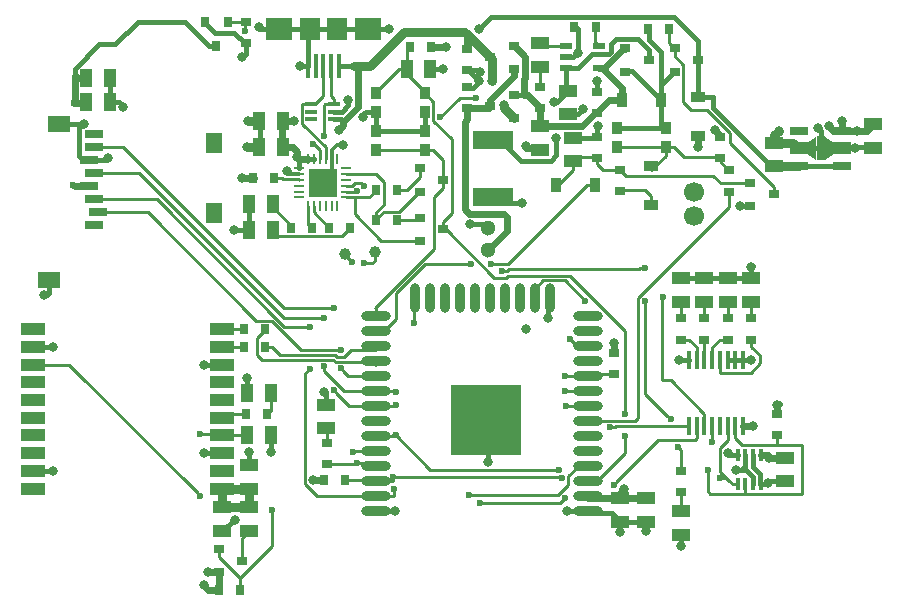
<source format=gtl>
G04 #@! TF.GenerationSoftware,KiCad,Pcbnew,(2017-11-24 revision a01d81e4b)-makepkg*
G04 #@! TF.CreationDate,2017-12-13T18:25:57-05:00*
G04 #@! TF.ProjectId,processor,70726F636573736F722E6B696361645F,rev?*
G04 #@! TF.SameCoordinates,Original*
G04 #@! TF.FileFunction,Copper,L1,Top,Signal*
G04 #@! TF.FilePolarity,Positive*
%FSLAX46Y46*%
G04 Gerber Fmt 4.6, Leading zero omitted, Abs format (unit mm)*
G04 Created by KiCad (PCBNEW (2017-11-24 revision a01d81e4b)-makepkg) date 12/13/17 18:25:57*
%MOMM*%
%LPD*%
G01*
G04 APERTURE LIST*
%ADD10R,1.900000X1.400000*%
%ADD11R,1.400000X1.800000*%
%ADD12R,1.500000X0.700000*%
%ADD13O,0.250000X1.000000*%
%ADD14O,1.000000X0.250000*%
%ADD15R,2.450000X2.450000*%
%ADD16R,1.000000X1.500000*%
%ADD17R,0.350000X1.600000*%
%ADD18R,0.350000X1.000000*%
%ADD19C,1.000000*%
%ADD20O,2.500000X0.900000*%
%ADD21O,0.900000X2.500000*%
%ADD22R,6.000000X6.000000*%
%ADD23R,0.900000X0.700000*%
%ADD24R,0.700000X0.900000*%
%ADD25R,0.900000X0.800000*%
%ADD26R,0.900000X1.000000*%
%ADD27R,1.000000X0.400000*%
%ADD28R,0.400000X2.000000*%
%ADD29R,1.800000X1.900000*%
%ADD30R,2.300000X1.900000*%
%ADD31R,0.900000X1.200000*%
%ADD32R,1.200000X0.900000*%
%ADD33R,3.500000X1.600000*%
%ADD34C,1.300000*%
%ADD35C,1.700000*%
%ADD36R,1.100000X0.600000*%
%ADD37C,0.750000*%
%ADD38C,1.000000*%
%ADD39R,1.500000X1.000000*%
%ADD40R,0.800000X2.000000*%
%ADD41R,2.000000X1.000000*%
%ADD42R,0.800000X0.900000*%
%ADD43C,0.800000*%
%ADD44C,0.600000*%
%ADD45C,0.600000*%
%ADD46C,0.450000*%
%ADD47C,0.400000*%
%ADD48C,0.300000*%
%ADD49C,0.800000*%
%ADD50C,0.250000*%
%ADD51C,0.500000*%
G04 APERTURE END LIST*
D10*
X3700000Y-9600000D03*
X2800000Y-22800000D03*
D11*
X16800000Y-11200000D03*
X16800000Y-17200000D03*
D12*
X6600000Y-10500000D03*
X6600000Y-11600000D03*
X6200000Y-12700000D03*
X6600000Y-13800000D03*
X6200000Y-14900000D03*
X6600000Y-16000000D03*
X7000000Y-17100000D03*
X6600000Y-18200000D03*
D13*
X27250000Y-12600000D03*
X26750000Y-12600000D03*
X26250000Y-12600000D03*
X25750000Y-12600000D03*
X25250000Y-12600000D03*
X24750000Y-12600000D03*
D14*
X24000000Y-13350000D03*
X24000000Y-13850000D03*
X24000000Y-14350000D03*
X24000000Y-14850000D03*
X24000000Y-15350000D03*
X24000000Y-15850000D03*
D13*
X24750000Y-16600000D03*
X25250000Y-16600000D03*
X25750000Y-16600000D03*
X26250000Y-16600000D03*
X26750000Y-16600000D03*
X27250000Y-16600000D03*
D14*
X28000000Y-15850000D03*
X28000000Y-15350000D03*
X28000000Y-14850000D03*
X28000000Y-14350000D03*
X28000000Y-13850000D03*
X28000000Y-13350000D03*
D15*
X26000000Y-14600000D03*
D16*
X6000000Y-5700000D03*
X8000000Y-5700000D03*
D17*
X61575000Y-35200000D03*
X61575000Y-29600000D03*
X60925000Y-35200000D03*
X60925000Y-29600000D03*
X60275000Y-35200000D03*
X60275000Y-29600000D03*
X59625000Y-35200000D03*
X59625000Y-29600000D03*
X58975000Y-35200000D03*
X58975000Y-29600000D03*
X58325000Y-35200000D03*
X58325000Y-29600000D03*
X57675000Y-35200000D03*
X57675000Y-29600000D03*
X57025000Y-35200000D03*
X57025000Y-29600000D03*
D18*
X63075000Y-40150000D03*
X62425000Y-40150000D03*
X61775000Y-40150000D03*
X61125000Y-40150000D03*
X61125000Y-37650000D03*
X61775000Y-37650000D03*
X62425000Y-37650000D03*
X63075000Y-37650000D03*
D19*
X30400000Y-20500000D03*
D20*
X30500000Y-42400000D03*
X30500000Y-41130000D03*
X30500000Y-39860000D03*
X30500000Y-38590000D03*
X30500000Y-37320000D03*
X30500000Y-36050000D03*
X30500000Y-34780000D03*
X30500000Y-33510000D03*
X30500000Y-32240000D03*
X30500000Y-30970000D03*
X30500000Y-29700000D03*
X30500000Y-28430000D03*
X30500000Y-27160000D03*
X30500000Y-25890000D03*
D21*
X33785000Y-24400000D03*
X35055000Y-24400000D03*
X36325000Y-24400000D03*
X37595000Y-24400000D03*
X38865000Y-24400000D03*
X40135000Y-24400000D03*
X41405000Y-24400000D03*
X42675000Y-24400000D03*
X43945000Y-24400000D03*
X45215000Y-24400000D03*
D20*
X48500000Y-25890000D03*
X48500000Y-27160000D03*
X48500000Y-28430000D03*
X48500000Y-29700000D03*
X48500000Y-30970000D03*
X48500000Y-32240000D03*
X48500000Y-33510000D03*
X48500000Y-34780000D03*
X48500000Y-36050000D03*
X48500000Y-37320000D03*
X48500000Y-38590000D03*
X48500000Y-39860000D03*
X48500000Y-41130000D03*
X48500000Y-42400000D03*
D22*
X39800000Y-34700000D03*
D23*
X50700000Y-29000000D03*
X50700000Y-30800000D03*
D24*
X17200000Y-49100000D03*
X19000000Y-49100000D03*
D25*
X17200000Y-45600000D03*
X17200000Y-47600000D03*
X19200000Y-46600000D03*
D26*
X30550000Y-7000000D03*
X34649999Y-7000000D03*
X34649999Y-8600000D03*
X30550000Y-8600000D03*
X34650000Y-11800000D03*
X30550001Y-11800000D03*
X30550001Y-10200000D03*
X34650000Y-10200000D03*
D19*
X27900000Y-20600000D03*
D27*
X25050000Y-8600000D03*
X26950000Y-9250000D03*
X26950000Y-7950000D03*
X26950000Y-8600000D03*
X25050000Y-7950000D03*
X25050000Y-9250000D03*
D28*
X27350000Y-4750000D03*
X26700000Y-4750000D03*
X26050000Y-4750000D03*
X25400000Y-4750000D03*
X24750000Y-4750000D03*
D29*
X27200000Y-1600000D03*
D30*
X29800000Y-1600000D03*
X22300000Y-1600000D03*
D29*
X24900000Y-1600000D03*
D31*
X49050000Y-14800000D03*
X45750000Y-14800000D03*
D32*
X57800000Y-10650000D03*
X57800000Y-7350000D03*
D33*
X40400000Y-10960000D03*
X40400000Y-15840000D03*
D34*
X40000000Y-20300000D03*
X40000000Y-18400000D03*
D35*
X57400000Y-17400000D03*
X57400000Y-15400000D03*
D36*
X46600000Y-3000000D03*
X46600000Y-3950000D03*
X46600000Y-4900000D03*
X49400000Y-4900000D03*
X49400000Y-3000000D03*
D37*
X68925000Y-11700000D03*
D38*
G36*
X68550000Y-10700000D02*
X69300000Y-11200000D01*
X69300000Y-12200000D01*
X68550000Y-12700000D01*
X68550000Y-10700000D01*
X68550000Y-10700000D01*
G37*
D12*
X70000000Y-10200000D03*
X70000000Y-13200000D03*
X66300000Y-10200000D03*
D39*
X66300000Y-11700000D03*
D12*
X66300000Y-13200000D03*
D39*
X70000000Y-11700000D03*
D37*
X67375000Y-11700000D03*
D38*
G36*
X67750000Y-12700000D02*
X67000000Y-12200000D01*
X67000000Y-11200000D01*
X67750000Y-10700000D01*
X67750000Y-12700000D01*
X67750000Y-12700000D01*
G37*
D40*
X68150000Y-11700000D03*
D26*
X55050000Y-11600000D03*
X50950001Y-11600000D03*
X50950001Y-10000000D03*
X55050000Y-10000000D03*
D41*
X17500000Y-27000000D03*
X17500000Y-28500000D03*
X17500000Y-30000000D03*
X17500000Y-31500000D03*
X17500000Y-33000000D03*
X17500000Y-34500000D03*
X17500000Y-36000000D03*
X17500000Y-37500000D03*
X17500000Y-39000000D03*
X17500000Y-40500000D03*
X17500000Y-40500000D03*
X17500000Y-39000000D03*
X17500000Y-37500000D03*
X17500000Y-36000000D03*
X17500000Y-34500000D03*
X17500000Y-33000000D03*
X17500000Y-31500000D03*
X17500000Y-30000000D03*
X17500000Y-28500000D03*
X17500000Y-27000000D03*
X1500000Y-27000000D03*
X1500000Y-28500000D03*
X1500000Y-30000000D03*
X1500000Y-31500000D03*
X1500000Y-33000000D03*
X1500000Y-34500000D03*
X1500000Y-36000000D03*
X1500000Y-37500000D03*
X1500000Y-39000000D03*
X1500000Y-40500000D03*
D31*
X51350000Y-7600000D03*
X54650000Y-7600000D03*
D32*
X53800000Y-13150000D03*
X53800000Y-16450000D03*
D39*
X17500000Y-42100000D03*
X17500000Y-44100000D03*
X46800000Y-6800000D03*
X46800000Y-8800000D03*
X47200000Y-12800000D03*
X47200000Y-10800000D03*
X44400000Y-9800000D03*
X44400000Y-11800000D03*
X51200000Y-41300000D03*
X51200000Y-43300000D03*
X19800000Y-42100000D03*
X19800000Y-44100000D03*
D16*
X6000000Y-7800000D03*
X8000000Y-7800000D03*
X19600000Y-36000000D03*
X21600000Y-36000000D03*
D39*
X19800000Y-40500000D03*
X19800000Y-38500000D03*
X65100000Y-37900000D03*
X65100000Y-39900000D03*
X53400000Y-41300000D03*
X53400000Y-43300000D03*
D16*
X33100000Y-5000000D03*
X35100000Y-5000000D03*
D39*
X72600000Y-9650000D03*
X72600000Y-11650000D03*
X64200000Y-13200000D03*
X64200000Y-11200000D03*
D16*
X22600000Y-11600000D03*
X20600000Y-11600000D03*
X22600000Y-9400000D03*
X20600000Y-9400000D03*
D39*
X56300000Y-44400000D03*
X56300000Y-42400000D03*
X58300000Y-22700000D03*
X58300000Y-24700000D03*
X62300000Y-22700000D03*
X62300000Y-24700000D03*
X60300000Y-22700000D03*
X60300000Y-24700000D03*
X56300000Y-22700000D03*
X56300000Y-24700000D03*
X26300000Y-33400000D03*
X26300000Y-35400000D03*
X44400000Y-2800000D03*
X44400000Y-4800000D03*
D16*
X19600000Y-32400000D03*
X21600000Y-32400000D03*
X19800000Y-16400000D03*
X21800000Y-16400000D03*
X19800000Y-18600000D03*
X21800000Y-18600000D03*
D23*
X59600000Y-10700000D03*
X59600000Y-12500000D03*
X19500000Y-2800000D03*
X19500000Y-1000000D03*
D24*
X21300000Y-34200000D03*
X19500000Y-34200000D03*
X21100000Y-27000000D03*
X19300000Y-27000000D03*
X21100000Y-28500000D03*
X19300000Y-28500000D03*
X55350000Y-1600000D03*
X53550000Y-1600000D03*
D23*
X49200000Y-10700000D03*
X49200000Y-12500000D03*
X44400000Y-8300000D03*
X44400000Y-6500000D03*
X38200000Y-3300000D03*
X38200000Y-5100000D03*
X38200000Y-8300000D03*
X38200000Y-6500000D03*
X56300000Y-27900000D03*
X56300000Y-26100000D03*
X60300000Y-27900000D03*
X60300000Y-26100000D03*
X62300000Y-27900000D03*
X62300000Y-26100000D03*
X58300000Y-27900000D03*
X58300000Y-26100000D03*
X56300000Y-39000000D03*
X56300000Y-40800000D03*
X26400000Y-38400000D03*
X26400000Y-36600000D03*
X64500000Y-34200000D03*
X64500000Y-36000000D03*
D24*
X26100000Y-39800000D03*
X27900000Y-39800000D03*
X35200000Y-3100000D03*
X33400000Y-3100000D03*
D23*
X49200000Y-6900000D03*
X49200000Y-8700000D03*
D24*
X47300000Y-1400000D03*
X49100000Y-1400000D03*
D23*
X51200000Y-13500000D03*
X51200000Y-15300000D03*
X60400000Y-15350000D03*
X60400000Y-13550000D03*
D24*
X21900000Y-14200000D03*
X20100000Y-14200000D03*
X26500000Y-18400000D03*
X28300000Y-18400000D03*
X25100000Y-18400000D03*
X23300000Y-18400000D03*
X30500000Y-15200000D03*
X32300000Y-15200000D03*
X32300000Y-17800000D03*
X30500000Y-17800000D03*
D42*
X18000000Y-1000000D03*
X16000000Y-1000000D03*
X17000000Y-3000000D03*
D25*
X51600000Y-3200000D03*
X51600000Y-5200000D03*
X53600000Y-4200000D03*
X55800000Y-3200000D03*
X55800000Y-5200000D03*
X57800000Y-4200000D03*
X62200000Y-14600000D03*
X62200000Y-16600000D03*
X64200000Y-15600000D03*
X42200000Y-5000000D03*
X42200000Y-3000000D03*
X40200000Y-4000000D03*
X42200000Y-9150000D03*
X42200000Y-7150000D03*
X40200000Y-8150000D03*
X34200000Y-17550000D03*
X34200000Y-19550000D03*
X36200000Y-18550000D03*
X34200000Y-13400000D03*
X34200000Y-15400000D03*
X36200000Y-14400000D03*
D43*
X15913622Y-48673497D03*
X62400000Y-35200000D03*
X61023542Y-38923542D03*
X64500000Y-33400000D03*
X19200000Y-4000000D03*
X25200000Y-39800000D03*
X36440492Y-3106882D03*
X50700000Y-28200000D03*
X51538744Y-40531256D03*
X63809741Y-37882922D03*
X16300000Y-47600000D03*
X23546112Y-9408845D03*
X19200000Y-14200000D03*
X23841551Y-12466137D03*
X57800000Y-11600000D03*
X68827389Y-9793914D03*
X71200000Y-10200000D03*
X70000000Y-9400000D03*
X21605916Y-37392445D03*
X15912418Y-37514122D03*
X15933149Y-30078779D03*
X60280626Y-37460314D03*
X9122182Y-8164543D03*
X18472369Y-18639729D03*
X39263103Y-6029842D03*
X39346116Y-5216308D03*
X38504392Y-18124462D03*
X2400000Y-24100000D03*
X7800000Y-12500000D03*
X5800000Y-9600000D03*
X28164020Y-7567133D03*
X27759599Y-11369260D03*
X49200000Y-6000000D03*
X49300000Y-9800000D03*
X62300000Y-29600000D03*
X56200000Y-29600000D03*
X36200000Y-5000000D03*
X19800000Y-37400000D03*
X19600000Y-31100000D03*
X62300000Y-21750000D03*
X29431213Y-9023098D03*
X20600000Y-1424990D03*
X53400000Y-44100000D03*
X56300000Y-45350000D03*
X40036138Y-38224990D03*
X26100000Y-32300000D03*
X63720617Y-40036753D03*
X46695000Y-42400000D03*
X32095000Y-42400000D03*
X45110000Y-26090000D03*
X43235000Y-26965000D03*
X51200000Y-44200000D03*
X18584356Y-43120569D03*
X3200000Y-28500000D03*
X3164876Y-39007222D03*
X19700000Y-9400000D03*
X31600000Y-1600000D03*
X24050000Y-4750000D03*
X59236959Y-10098691D03*
X64600000Y-10200000D03*
X19600000Y-11600000D03*
X61310447Y-16555996D03*
X43188549Y-11494405D03*
X47579479Y-3643584D03*
X48000000Y-8400000D03*
X71100000Y-11700000D03*
X67900000Y-10000000D03*
D44*
X51595828Y-36022221D03*
X51615929Y-34151638D03*
X38595891Y-21513564D03*
X40242218Y-21495702D03*
D43*
X39227153Y-1598476D03*
D44*
X26945162Y-25251638D03*
X26943265Y-32193118D03*
X32200000Y-33400000D03*
X26136721Y-26090588D03*
X26150914Y-30162748D03*
X32200000Y-32300000D03*
X24885923Y-26792255D03*
X32012446Y-40505125D03*
X24883513Y-30343534D03*
X50653424Y-40196419D03*
X39284562Y-41717258D03*
X46532623Y-41265565D03*
X21700000Y-42300000D03*
X19427304Y-1772694D03*
X41206592Y-22070708D03*
X38976722Y-7430461D03*
X35954422Y-9068420D03*
X53300000Y-21800000D03*
X54800000Y-24300000D03*
X59672756Y-39589052D03*
X46226001Y-39613953D03*
X31922404Y-39499408D03*
X45987657Y-38902820D03*
X58600000Y-38900000D03*
X32200000Y-36000000D03*
X46500000Y-31000000D03*
X28879250Y-15274990D03*
X28500000Y-21300000D03*
X28908506Y-38360318D03*
X55455013Y-34624990D03*
X48200000Y-24600000D03*
X53300000Y-24600000D03*
X56100000Y-37000000D03*
X29521218Y-14887182D03*
X29500000Y-21400000D03*
X28603481Y-37362053D03*
X27518275Y-30324409D03*
X27526775Y-28774387D03*
X15617244Y-41121668D03*
X38386402Y-41080135D03*
X15600000Y-35900000D03*
X4964302Y-7874573D03*
X4900000Y-14800000D03*
X26125509Y-10616518D03*
X25204263Y-11359462D03*
X50316357Y-35324307D03*
X46931496Y-27819936D03*
X58965483Y-36538431D03*
X33700000Y-26500000D03*
X46600000Y-33500000D03*
X46500000Y-32200000D03*
D43*
X45786989Y-10826234D03*
X45600000Y-7800000D03*
X42900000Y-16300000D03*
X22958854Y-13641146D03*
X40346321Y-5963711D03*
X27345824Y-10119165D03*
X41387821Y-8013918D03*
D45*
X15913622Y-48763622D02*
X15913622Y-48673497D01*
X16250000Y-49100000D02*
X15913622Y-48763622D01*
X17200000Y-49100000D02*
X16250000Y-49100000D01*
D46*
X19500000Y-2800000D02*
X19500000Y-3700000D01*
X19500000Y-3700000D02*
X19200000Y-4000000D01*
X18500000Y-1900000D02*
X19400000Y-2800000D01*
X19400000Y-2800000D02*
X19500000Y-2800000D01*
X16000000Y-1000000D02*
X16000000Y-1050000D01*
X16000000Y-1050000D02*
X16850000Y-1900000D01*
X16850000Y-1900000D02*
X18500000Y-1900000D01*
X61589227Y-38923542D02*
X61023542Y-38923542D01*
X62425000Y-39485353D02*
X61863189Y-38923542D01*
X62425000Y-40150000D02*
X62425000Y-39485353D01*
X61863189Y-38923542D02*
X61589227Y-38923542D01*
X61775000Y-37650000D02*
X61775000Y-38600000D01*
X61775000Y-38600000D02*
X61451458Y-38923542D01*
X61451458Y-38923542D02*
X61023542Y-38923542D01*
D45*
X61575000Y-35200000D02*
X62400000Y-35200000D01*
X64600000Y-33300000D02*
X64500000Y-33400000D01*
X64500000Y-34200000D02*
X64500000Y-33400000D01*
X26100000Y-39800000D02*
X25200000Y-39800000D01*
X36433610Y-3100000D02*
X36440492Y-3106882D01*
X36000000Y-3100000D02*
X36433610Y-3100000D01*
X35200000Y-3100000D02*
X36000000Y-3100000D01*
X50700000Y-29000000D02*
X50700000Y-28200000D01*
X51138745Y-40931255D02*
X51538744Y-40531256D01*
X51200000Y-41300000D02*
X51138745Y-41238745D01*
X51138745Y-41238745D02*
X51138745Y-40931255D01*
X65100000Y-37900000D02*
X63826819Y-37900000D01*
X63826819Y-37900000D02*
X63809741Y-37882922D01*
X63700000Y-37650000D02*
X63809741Y-37759741D01*
X63075000Y-37650000D02*
X63700000Y-37650000D01*
X63809741Y-37759741D02*
X63809741Y-37882922D01*
X51200000Y-41300000D02*
X53400000Y-41300000D01*
X48500000Y-41330000D02*
X51170000Y-41330000D01*
X51170000Y-41330000D02*
X51200000Y-41300000D01*
X17200000Y-47600000D02*
X16300000Y-47600000D01*
X17200000Y-47600000D02*
X17200000Y-49100000D01*
X22550000Y-11600000D02*
X23450000Y-11600000D01*
X23546112Y-9408845D02*
X22558845Y-9408845D01*
X22558845Y-9408845D02*
X22550000Y-9400000D01*
X22550000Y-9400000D02*
X22550000Y-11600000D01*
X20150000Y-14200000D02*
X19200000Y-14200000D01*
X23841551Y-11991551D02*
X23841551Y-12466137D01*
X24000000Y-12600000D02*
X23866137Y-12466137D01*
X23866137Y-12466137D02*
X23841551Y-12466137D01*
X23450000Y-11600000D02*
X23841551Y-11991551D01*
D47*
X24750000Y-12600000D02*
X25250000Y-12600000D01*
X24000000Y-13350000D02*
X24000000Y-12600000D01*
D45*
X24750000Y-12600000D02*
X24000000Y-12600000D01*
X57800000Y-10650000D02*
X57800000Y-11600000D01*
X71200000Y-10200000D02*
X72100000Y-10200000D01*
X72100000Y-10200000D02*
X72600000Y-9700000D01*
X69227388Y-10193913D02*
X68827389Y-9793914D01*
X69233475Y-10200000D02*
X69227388Y-10193913D01*
X70000000Y-10200000D02*
X69233475Y-10200000D01*
X70000000Y-10200000D02*
X71200000Y-10200000D01*
X70000000Y-10200000D02*
X70000000Y-9400000D01*
D46*
X21600000Y-37386529D02*
X21605916Y-37392445D01*
X21600000Y-36000000D02*
X21600000Y-37386529D01*
X15926540Y-37500000D02*
X15912418Y-37514122D01*
X17500000Y-37500000D02*
X15926540Y-37500000D01*
X16011928Y-30000000D02*
X15933149Y-30078779D01*
X17500000Y-30000000D02*
X16011928Y-30000000D01*
X61125000Y-37650000D02*
X60470312Y-37650000D01*
X60470312Y-37650000D02*
X60280626Y-37460314D01*
X62425000Y-37954608D02*
X62399990Y-37929598D01*
X62425000Y-38636810D02*
X62425000Y-37954608D01*
X62399990Y-37929598D02*
X62399990Y-37650000D01*
D47*
X62425000Y-38636810D02*
X63025010Y-39236820D01*
X63025010Y-39236820D02*
X63025010Y-40100010D01*
D46*
X8000000Y-7800000D02*
X8757639Y-7800000D01*
X8757639Y-7800000D02*
X9122182Y-8164543D01*
X8000000Y-5700000D02*
X8000000Y-7800000D01*
X18512098Y-18600000D02*
X18472369Y-18639729D01*
X19800000Y-18600000D02*
X18512098Y-18600000D01*
X38863104Y-6429841D02*
X39263103Y-6029842D01*
X38742945Y-6550000D02*
X38863104Y-6429841D01*
X38863104Y-5629843D02*
X39263103Y-6029842D01*
X38200000Y-5050000D02*
X38283261Y-5050000D01*
X38283261Y-5050000D02*
X38863104Y-5629843D01*
X38200000Y-6550000D02*
X38742945Y-6550000D01*
X39229808Y-5100000D02*
X39346116Y-5216308D01*
X38200000Y-5100000D02*
X39229808Y-5100000D01*
X38504392Y-18124462D02*
X39724462Y-18124462D01*
X39724462Y-18124462D02*
X40000000Y-18400000D01*
X2650000Y-24100000D02*
X2400000Y-24100000D01*
X2800000Y-22800000D02*
X2800000Y-23950000D01*
X2800000Y-23950000D02*
X2650000Y-24100000D01*
X7600000Y-12700000D02*
X7800000Y-12500000D01*
X6200000Y-12700000D02*
X7600000Y-12700000D01*
X6200000Y-12700000D02*
X5800000Y-12700000D01*
X5800000Y-12700000D02*
X5400001Y-12300001D01*
X5400001Y-12300001D02*
X5400001Y-9999999D01*
X5400001Y-9999999D02*
X5800000Y-9600000D01*
X3700000Y-9600000D02*
X5800000Y-9600000D01*
X47200000Y-10800000D02*
X49100000Y-10800000D01*
X49100000Y-10800000D02*
X49200000Y-10700000D01*
X28164020Y-8064013D02*
X28164020Y-7567133D01*
X26950000Y-8600000D02*
X27628033Y-8600000D01*
X27628033Y-8600000D02*
X28164020Y-8064013D01*
D48*
X27193914Y-11369260D02*
X27759599Y-11369260D01*
X26750000Y-11813174D02*
X27193914Y-11369260D01*
X26750000Y-13401142D02*
X26750000Y-11813174D01*
D46*
X66300000Y-11700000D02*
X67375000Y-11700000D01*
X70000000Y-11700000D02*
X68925000Y-11700000D01*
X68150000Y-11700000D02*
X68925000Y-11700000D01*
X67375000Y-11700000D02*
X68150000Y-11700000D01*
X49200000Y-6900000D02*
X49200000Y-6000000D01*
X49200000Y-10700000D02*
X49200000Y-9900000D01*
X49200000Y-9900000D02*
X49300000Y-9800000D01*
X19800000Y-16400000D02*
X19800000Y-18600000D01*
X61575000Y-29600000D02*
X62300000Y-29600000D01*
X60925000Y-29600000D02*
X61575000Y-29600000D01*
X60275000Y-29600000D02*
X60925000Y-29600000D01*
X57025000Y-29600000D02*
X56200000Y-29600000D01*
X35100000Y-5000000D02*
X36200000Y-5000000D01*
D48*
X26750000Y-13850000D02*
X26750000Y-13401142D01*
X26750000Y-13428460D02*
X26750000Y-13401142D01*
X26750000Y-12600000D02*
X26750000Y-13428460D01*
D46*
X19800000Y-38500000D02*
X19800000Y-37400000D01*
X19600000Y-32400000D02*
X19600000Y-31100000D01*
X62400000Y-21650000D02*
X62300000Y-21750000D01*
X62300000Y-22700000D02*
X62300000Y-21750000D01*
X58300000Y-22700000D02*
X56300000Y-22700000D01*
X60300000Y-22700000D02*
X58300000Y-22700000D01*
X62300000Y-22700000D02*
X60300000Y-22700000D01*
X29650000Y-8600000D02*
X29431213Y-8818787D01*
X30550000Y-8600000D02*
X29650000Y-8600000D01*
X29431213Y-8818787D02*
X29431213Y-9023098D01*
X20700000Y-1600000D02*
X20600000Y-1500000D01*
X22300000Y-1600000D02*
X20700000Y-1600000D01*
X20600000Y-1500000D02*
X20600000Y-1424990D01*
X53400000Y-43300000D02*
X53400000Y-44100000D01*
X56350000Y-45400000D02*
X56300000Y-45350000D01*
X56300000Y-44400000D02*
X56300000Y-45350000D01*
X40036138Y-37659305D02*
X40036138Y-38224990D01*
X40036138Y-35136138D02*
X40036138Y-37659305D01*
X39800000Y-34900000D02*
X40036138Y-35136138D01*
X26300000Y-32500000D02*
X26100000Y-32300000D01*
X26300000Y-33400000D02*
X26300000Y-32500000D01*
X65100000Y-39900000D02*
X63857370Y-39900000D01*
X63857370Y-39900000D02*
X63720617Y-40036753D01*
X63075000Y-40150000D02*
X63607370Y-40150000D01*
X63607370Y-40150000D02*
X63720617Y-40036753D01*
X63025010Y-40100010D02*
X63075000Y-40150000D01*
X63600000Y-39900000D02*
X63720617Y-40020617D01*
X63720617Y-40020617D02*
X63720617Y-40036753D01*
X48395000Y-42400000D02*
X46695000Y-42400000D01*
X32135111Y-42400000D02*
X32095000Y-42400000D01*
X32095000Y-42400000D02*
X30395000Y-42400000D01*
X45110000Y-24400000D02*
X45110000Y-26090000D01*
X51200000Y-43300000D02*
X51200000Y-44200000D01*
X51200000Y-43300000D02*
X53400000Y-43300000D01*
X48500000Y-42600000D02*
X50500000Y-42600000D01*
X50500000Y-42600000D02*
X51200000Y-43300000D01*
X30550001Y-10200000D02*
X34650000Y-10200000D01*
X30550000Y-8600000D02*
X30550000Y-10199999D01*
X30550000Y-10199999D02*
X30550001Y-10200000D01*
X34650000Y-10200000D02*
X34650000Y-8600001D01*
X34650000Y-8600001D02*
X34649999Y-8600000D01*
X18584356Y-43120569D02*
X18479431Y-43120569D01*
X18479431Y-43120569D02*
X17500000Y-44100000D01*
X1500000Y-28500000D02*
X3200000Y-28500000D01*
X2950000Y-39000000D02*
X3157654Y-39000000D01*
X3157654Y-39000000D02*
X3164876Y-39007222D01*
X1500000Y-39000000D02*
X2950000Y-39000000D01*
D49*
X20650000Y-9400000D02*
X19700000Y-9400000D01*
D46*
X20650000Y-9400000D02*
X20650000Y-11600000D01*
D49*
X20650000Y-11600000D02*
X19600000Y-11600000D01*
D46*
X24750000Y-4750000D02*
X24050000Y-4750000D01*
X27200000Y-1600000D02*
X24900000Y-1600000D01*
X22300000Y-1600000D02*
X24900000Y-1600000D01*
X24900000Y-1600000D02*
X24750000Y-1750000D01*
X24750000Y-1750000D02*
X24750000Y-4750000D01*
X29800000Y-1600000D02*
X27200000Y-1600000D01*
X29800000Y-1600000D02*
X31600000Y-1600000D01*
X72600000Y-11600000D02*
X71200000Y-11600000D01*
X71200000Y-11600000D02*
X71100000Y-11700000D01*
X59636958Y-10713042D02*
X59636958Y-10498690D01*
X59600000Y-10750000D02*
X59636958Y-10713042D01*
X59636958Y-10498690D02*
X59236959Y-10098691D01*
D49*
X64200000Y-10600000D02*
X64600000Y-10200000D01*
X64200000Y-11250000D02*
X64200000Y-10600000D01*
X64200000Y-11250000D02*
X65850000Y-11250000D01*
X65850000Y-11250000D02*
X66300000Y-11700000D01*
D46*
X62200000Y-16550000D02*
X62194004Y-16555996D01*
X61200000Y-16650000D02*
X61294004Y-16555996D01*
X61294004Y-16555996D02*
X61310447Y-16555996D01*
X61876132Y-16555996D02*
X61310447Y-16555996D01*
X62194004Y-16555996D02*
X61876132Y-16555996D01*
X47350000Y-1400000D02*
X47579479Y-1629479D01*
X47579479Y-1629479D02*
X47579479Y-3643584D01*
X43200000Y-11750000D02*
X43188549Y-11738549D01*
X44400000Y-11750000D02*
X43200000Y-11750000D01*
X43188549Y-11738549D02*
X43188549Y-11494405D01*
X47525001Y-3600001D02*
X47535896Y-3600001D01*
X47579479Y-3643584D02*
X47175002Y-3950000D01*
X47535896Y-3600001D02*
X47579479Y-3643584D01*
X49150000Y-6950000D02*
X49200000Y-6900000D01*
X49200000Y-6950000D02*
X49150000Y-6950000D01*
X47650000Y-8750000D02*
X48000000Y-8400000D01*
X46800000Y-8750000D02*
X47650000Y-8750000D01*
X70000000Y-11700000D02*
X71100000Y-11700000D01*
X68150000Y-11700000D02*
X68150000Y-10250000D01*
X68150000Y-10250000D02*
X67900000Y-10000000D01*
X47175002Y-3950000D02*
X46600000Y-3950000D01*
D50*
X40541224Y-22645710D02*
X41482594Y-22645710D01*
X46905114Y-22469796D02*
X51615929Y-27180611D01*
X36200000Y-18550000D02*
X36445514Y-18550000D01*
X36445514Y-18550000D02*
X40541224Y-22645710D01*
X41482594Y-22645710D02*
X41658508Y-22469796D01*
X41658508Y-22469796D02*
X46905114Y-22469796D01*
X51615929Y-27180611D02*
X51615929Y-33727374D01*
X51615929Y-33727374D02*
X51615929Y-34151638D01*
X36200000Y-17900000D02*
X36200000Y-18550000D01*
X34649999Y-7050000D02*
X35379420Y-7779421D01*
X34649999Y-7000000D02*
X34649999Y-7050000D01*
X35379420Y-7779421D02*
X35379420Y-9344422D01*
X36925001Y-10890003D02*
X36925001Y-17174999D01*
X36925001Y-17174999D02*
X36200000Y-17900000D01*
X35379420Y-9344422D02*
X36925001Y-10890003D01*
X48395000Y-39860000D02*
X49195000Y-39860000D01*
X51595828Y-37459172D02*
X51595828Y-36446485D01*
X49195000Y-39860000D02*
X51595828Y-37459172D01*
X51595828Y-36446485D02*
X51595828Y-36022221D01*
X34649999Y-7000000D02*
X34649999Y-6950000D01*
X34649999Y-6950000D02*
X33100000Y-5400001D01*
X33100000Y-5400001D02*
X33100000Y-5000000D01*
X30550000Y-7000000D02*
X30550000Y-6950000D01*
X30550000Y-6950000D02*
X32500000Y-5000000D01*
X32500000Y-5000000D02*
X33100000Y-5000000D01*
X33100000Y-5000000D02*
X33100000Y-3400000D01*
X33100000Y-3400000D02*
X33400000Y-3100000D01*
X34637134Y-21513564D02*
X38171627Y-21513564D01*
X32189433Y-26165567D02*
X32189433Y-23961265D01*
X31195000Y-27160000D02*
X32189433Y-26165567D01*
X30395000Y-27160000D02*
X31195000Y-27160000D01*
X32189433Y-23961265D02*
X34637134Y-21513564D01*
X38171627Y-21513564D02*
X38595891Y-21513564D01*
X40242218Y-21495702D02*
X41654298Y-21495702D01*
X41654298Y-21495702D02*
X48350000Y-14800000D01*
X48350000Y-14800000D02*
X49050000Y-14800000D01*
D46*
X40254096Y-571533D02*
X39627152Y-1198477D01*
X57800000Y-2624998D02*
X55746535Y-571533D01*
X57800000Y-4200000D02*
X57800000Y-2624998D01*
X55746535Y-571533D02*
X40254096Y-571533D01*
X39627152Y-1198477D02*
X39227153Y-1598476D01*
X59050000Y-8250000D02*
X59050000Y-7350000D01*
X64200000Y-13150000D02*
X63950000Y-13150000D01*
X63950000Y-13150000D02*
X59050000Y-8250000D01*
D49*
X66300000Y-13200000D02*
X64250000Y-13200000D01*
X64250000Y-13200000D02*
X64200000Y-13150000D01*
D46*
X57800000Y-7350000D02*
X59050000Y-7350000D01*
X66250000Y-13150000D02*
X66300000Y-13200000D01*
X66300000Y-13200000D02*
X70000000Y-13200000D01*
X57800000Y-4200000D02*
X57800000Y-7350000D01*
D50*
X48425695Y-34749305D02*
X48395000Y-34780000D01*
X52654283Y-34500725D02*
X52405703Y-34749305D01*
X52654283Y-24394713D02*
X52654283Y-34500725D01*
X60400000Y-15350000D02*
X60400000Y-16648996D01*
X60400000Y-16648996D02*
X52654283Y-24394713D01*
X52405703Y-34749305D02*
X48425695Y-34749305D01*
X26520898Y-25251638D02*
X26945162Y-25251638D01*
X22756636Y-25251638D02*
X26520898Y-25251638D01*
X9104998Y-11600000D02*
X22756636Y-25251638D01*
X6600000Y-11600000D02*
X9104998Y-11600000D01*
X6600000Y-11600000D02*
X7000000Y-11600000D01*
X27243264Y-32493117D02*
X26943265Y-32193118D01*
X30395000Y-33510000D02*
X28260147Y-33510000D01*
X28260147Y-33510000D02*
X27243264Y-32493117D01*
X30395000Y-33510000D02*
X32090000Y-33510000D01*
X32090000Y-33510000D02*
X32200000Y-33400000D01*
X25712457Y-26090588D02*
X26136721Y-26090588D01*
X22696688Y-26090588D02*
X25712457Y-26090588D01*
X10406100Y-13800000D02*
X22696688Y-26090588D01*
X6600000Y-13800000D02*
X10406100Y-13800000D01*
X26150914Y-30587012D02*
X26150914Y-30162748D01*
X27803902Y-32240000D02*
X26150914Y-30587012D01*
X30395000Y-32240000D02*
X27803902Y-32240000D01*
X30395000Y-32240000D02*
X32140000Y-32240000D01*
X32140000Y-32240000D02*
X32200000Y-32300000D01*
X24461659Y-26792255D02*
X24885923Y-26792255D01*
X6600000Y-16000000D02*
X11960702Y-16000000D01*
X22752957Y-26792255D02*
X24461659Y-26792255D01*
X11960702Y-16000000D02*
X22752957Y-26792255D01*
X32000000Y-41130000D02*
X32012446Y-41117554D01*
X30500000Y-41130000D02*
X32000000Y-41130000D01*
X32012446Y-41117554D02*
X32012446Y-40929389D01*
X32012446Y-40929389D02*
X32012446Y-40505125D01*
X24883513Y-30343534D02*
X24524999Y-30702048D01*
X24524999Y-30702048D02*
X24524999Y-40124001D01*
X24524999Y-40124001D02*
X25530998Y-41130000D01*
X25530998Y-41130000D02*
X30500000Y-41130000D01*
X50953423Y-39896420D02*
X50653424Y-40196419D01*
X57500002Y-36424998D02*
X54424845Y-36424998D01*
X57675000Y-36250000D02*
X57500002Y-36424998D01*
X57675000Y-35200000D02*
X57675000Y-36250000D01*
X54424845Y-36424998D02*
X50953423Y-39896420D01*
X39708826Y-41717258D02*
X39284562Y-41717258D01*
X46532623Y-41265565D02*
X46080930Y-41717258D01*
X46080930Y-41717258D02*
X39708826Y-41717258D01*
X21700000Y-42300000D02*
X21700000Y-45354998D01*
X21700000Y-45354998D02*
X19000000Y-48054998D01*
X19000000Y-49100000D02*
X19000000Y-48054998D01*
X19000000Y-48054998D02*
X17200000Y-46254998D01*
X17200000Y-46254998D02*
X17200000Y-46250000D01*
X17200000Y-46250000D02*
X17200000Y-45600000D01*
X19427304Y-1348430D02*
X19427304Y-1772694D01*
X19427304Y-1227304D02*
X19427304Y-1348430D01*
X19200000Y-1000000D02*
X19427304Y-1227304D01*
X18000000Y-1000000D02*
X19500000Y-1000000D01*
X41805851Y-21895713D02*
X41630856Y-22070708D01*
X52780023Y-21895713D02*
X41805851Y-21895713D01*
X41630856Y-22070708D02*
X41206592Y-22070708D01*
X52875736Y-21800000D02*
X52780023Y-21895713D01*
X53300000Y-21800000D02*
X52875736Y-21800000D01*
X35954422Y-9068420D02*
X37592381Y-7430461D01*
X38552458Y-7430461D02*
X38976722Y-7430461D01*
X37592381Y-7430461D02*
X38552458Y-7430461D01*
X58325000Y-35200000D02*
X58325000Y-34150000D01*
X58325000Y-34150000D02*
X55507502Y-31332502D01*
X55507502Y-31332502D02*
X54700000Y-31332502D01*
X54700000Y-31332502D02*
X54700000Y-24400000D01*
X54700000Y-24400000D02*
X54800000Y-24300000D01*
X30500000Y-25890000D02*
X30500000Y-25295000D01*
X30500000Y-25295000D02*
X30395000Y-25190000D01*
X35400000Y-15850000D02*
X35400000Y-20185000D01*
X35400000Y-20185000D02*
X30395000Y-25190000D01*
X36200000Y-14400000D02*
X36200000Y-15050000D01*
X30550001Y-11800000D02*
X34650000Y-11800000D01*
X34650000Y-11800000D02*
X35350000Y-11800000D01*
X36200000Y-12650000D02*
X36200000Y-13750000D01*
X35350000Y-11800000D02*
X36200000Y-12650000D01*
X36200000Y-13750000D02*
X36200000Y-14400000D01*
X36200000Y-15050000D02*
X35400000Y-15850000D01*
X59605624Y-39055624D02*
X60400000Y-39850000D01*
X59605624Y-37095666D02*
X59605624Y-39055624D01*
X60275000Y-36426290D02*
X59605624Y-37095666D01*
X60275000Y-35200000D02*
X60275000Y-36426290D01*
X60097020Y-39589052D02*
X59672756Y-39589052D01*
X60139052Y-39589052D02*
X60097020Y-39589052D01*
X60400000Y-39850000D02*
X60139052Y-39589052D01*
X46111456Y-39499408D02*
X46226001Y-39613953D01*
X31922404Y-39499408D02*
X46111456Y-39499408D01*
X27900000Y-39800000D02*
X30440000Y-39800000D01*
X30440000Y-39800000D02*
X30500000Y-39860000D01*
X60700000Y-40150000D02*
X60400000Y-39850000D01*
X61125000Y-40150000D02*
X60700000Y-40150000D01*
X30395000Y-39860000D02*
X29595000Y-39860000D01*
X31922404Y-39832596D02*
X31922404Y-39499408D01*
X31895000Y-39860000D02*
X31922404Y-39832596D01*
X30395000Y-39860000D02*
X31895000Y-39860000D01*
X45563393Y-38902820D02*
X45987657Y-38902820D01*
X35102820Y-38902820D02*
X45563393Y-38902820D01*
X32200000Y-36000000D02*
X35102820Y-38902820D01*
X60925000Y-35200000D02*
X60925000Y-36250000D01*
X60925000Y-36250000D02*
X61475000Y-36800000D01*
X61475000Y-36800000D02*
X61997500Y-36800000D01*
X60925000Y-35200000D02*
X60925000Y-35727500D01*
X66621010Y-36800000D02*
X64500000Y-36800000D01*
X64500000Y-36800000D02*
X61997500Y-36800000D01*
X64500000Y-36000000D02*
X64500000Y-36600000D01*
X64500000Y-36600000D02*
X64500000Y-36800000D01*
X58600000Y-40700000D02*
X58825001Y-40925001D01*
X58825001Y-40925001D02*
X61749999Y-40925001D01*
X61749999Y-40925001D02*
X61775000Y-40900000D01*
X61775000Y-40900000D02*
X61775000Y-40150000D01*
X58600000Y-38900000D02*
X58600000Y-40700000D01*
X61775000Y-40900000D02*
X61800001Y-40925001D01*
X61800001Y-40925001D02*
X66621010Y-40925001D01*
X66621010Y-40925001D02*
X66621010Y-36800000D01*
X31945000Y-36000000D02*
X32200000Y-36000000D01*
X30395000Y-36050000D02*
X31895000Y-36050000D01*
X31895000Y-36050000D02*
X31945000Y-36000000D01*
X50700000Y-30800000D02*
X48670000Y-30800000D01*
X48670000Y-30800000D02*
X48500000Y-30970000D01*
X46500000Y-31000000D02*
X48365000Y-31000000D01*
X48365000Y-31000000D02*
X48395000Y-30970000D01*
X28804240Y-15350000D02*
X28879250Y-15274990D01*
X28000000Y-15350000D02*
X28804240Y-15350000D01*
X27900000Y-20600000D02*
X27900000Y-20700000D01*
X27900000Y-20700000D02*
X28500000Y-21300000D01*
X26400000Y-38400000D02*
X28868824Y-38400000D01*
X28868824Y-38400000D02*
X28908506Y-38360318D01*
X30395000Y-38590000D02*
X30165318Y-38360318D01*
X30165318Y-38360318D02*
X29332770Y-38360318D01*
X29332770Y-38360318D02*
X28908506Y-38360318D01*
X53300000Y-32469977D02*
X55155014Y-34324991D01*
X53300000Y-24600000D02*
X53300000Y-32469977D01*
X55155014Y-34324991D02*
X55455013Y-34624990D01*
X48200000Y-24600000D02*
X46474990Y-22874990D01*
X46474990Y-22874990D02*
X44670010Y-22874990D01*
X44670010Y-22874990D02*
X43945000Y-23600000D01*
X43945000Y-23600000D02*
X43945000Y-24400000D01*
X56300000Y-38000000D02*
X56300000Y-37200000D01*
X56300000Y-37200000D02*
X56100000Y-37000000D01*
X56300000Y-39000000D02*
X56300000Y-38000000D01*
X58300000Y-27900000D02*
X58300000Y-29575000D01*
X58300000Y-29575000D02*
X58325000Y-29600000D01*
X59650001Y-30675001D02*
X59625000Y-30650000D01*
X62224001Y-30675001D02*
X59650001Y-30675001D01*
X63000000Y-29899002D02*
X62224001Y-30675001D01*
X63000000Y-29200000D02*
X63000000Y-29899002D01*
X59625000Y-30650000D02*
X59625000Y-29600000D01*
X62300000Y-28500000D02*
X63000000Y-29200000D01*
X62300000Y-27900000D02*
X62300000Y-28500000D01*
X60300000Y-27900000D02*
X59600000Y-27900000D01*
X59600000Y-27900000D02*
X58975000Y-28525000D01*
X58975000Y-28525000D02*
X58975000Y-28550000D01*
X58975000Y-28550000D02*
X58975000Y-29600000D01*
X56300000Y-27900000D02*
X57025000Y-27900000D01*
X57025000Y-27900000D02*
X57675000Y-28550000D01*
X57675000Y-28550000D02*
X57675000Y-29600000D01*
X21700000Y-28500000D02*
X21100000Y-28500000D01*
X22374398Y-29174398D02*
X21700000Y-28500000D01*
X27802776Y-29349388D02*
X27250774Y-29349388D01*
X28372164Y-28780000D02*
X27802776Y-29349388D01*
X30500000Y-28780000D02*
X28372164Y-28780000D01*
X27250774Y-29349388D02*
X27075784Y-29174398D01*
X27075784Y-29174398D02*
X22374398Y-29174398D01*
X20474999Y-27725001D02*
X20474999Y-29170001D01*
X20474999Y-29170001D02*
X20879407Y-29574409D01*
X21100000Y-27000000D02*
X21100000Y-27100000D01*
X21100000Y-27100000D02*
X20474999Y-27725001D01*
X26910095Y-29574409D02*
X27085085Y-29749399D01*
X27085085Y-29749399D02*
X30199399Y-29749399D01*
X20879407Y-29574409D02*
X26910095Y-29574409D01*
X30199399Y-29749399D02*
X30500000Y-30050000D01*
X28716053Y-14587183D02*
X29221219Y-14587183D01*
X28453236Y-14850000D02*
X28716053Y-14587183D01*
X28000000Y-14850000D02*
X28453236Y-14850000D01*
X29221219Y-14587183D02*
X29521218Y-14887182D01*
X30207106Y-21400000D02*
X29500000Y-21400000D01*
X30400000Y-20500000D02*
X30400000Y-21207106D01*
X30400000Y-21207106D02*
X30207106Y-21400000D01*
X28645534Y-37320000D02*
X28603481Y-37362053D01*
X30395000Y-37320000D02*
X28645534Y-37320000D01*
X21670001Y-26274999D02*
X20391753Y-26274999D01*
X27526775Y-28774387D02*
X24169389Y-28774387D01*
X8000000Y-17100000D02*
X7000000Y-17100000D01*
X24169389Y-28774387D02*
X21670001Y-26274999D01*
X11216754Y-17100000D02*
X8000000Y-17100000D01*
X20391753Y-26274999D02*
X11216754Y-17100000D01*
X27818274Y-30624408D02*
X27518275Y-30324409D01*
X30395000Y-30970000D02*
X28163866Y-30970000D01*
X28163866Y-30970000D02*
X27818274Y-30624408D01*
X27426973Y-28674585D02*
X27526775Y-28774387D01*
X4495576Y-30000000D02*
X15317245Y-40821669D01*
X1500000Y-30000000D02*
X4495576Y-30000000D01*
X15317245Y-40821669D02*
X15617244Y-41121668D01*
X38386402Y-41080135D02*
X38387772Y-41081505D01*
X38387772Y-41081505D02*
X45903495Y-41081505D01*
X46805832Y-39458296D02*
X47674128Y-38590000D01*
X45903495Y-41081505D02*
X46805832Y-40179168D01*
X47674128Y-38590000D02*
X48395000Y-38590000D01*
X46805832Y-40179168D02*
X46805832Y-39458296D01*
X15600000Y-35900000D02*
X17400000Y-35900000D01*
X17400000Y-35900000D02*
X17500000Y-36000000D01*
X17500000Y-36000000D02*
X19600000Y-36000000D01*
X51200000Y-13550000D02*
X51651265Y-14001265D01*
X51651265Y-14001265D02*
X59086953Y-14001265D01*
X59086953Y-14001265D02*
X59735688Y-14650000D01*
X59735688Y-14650000D02*
X62200000Y-14650000D01*
X62150000Y-14650000D02*
X62200000Y-14650000D01*
X51200000Y-13550000D02*
X49700000Y-13550000D01*
X49700000Y-13550000D02*
X49200000Y-13050000D01*
X49200000Y-13050000D02*
X49200000Y-12450000D01*
X49200000Y-12450000D02*
X47500000Y-12450000D01*
X47500000Y-12450000D02*
X47200000Y-12750000D01*
X47200000Y-12750000D02*
X47200000Y-13500000D01*
X47200000Y-13500000D02*
X45900000Y-14800000D01*
X45900000Y-14800000D02*
X45750000Y-14800000D01*
D49*
X17500000Y-40500000D02*
X19800000Y-40500000D01*
X19800000Y-40500000D02*
X19800000Y-42100000D01*
X17500000Y-42100000D02*
X19800000Y-42100000D01*
X17500000Y-40500000D02*
X17500000Y-42100000D01*
D46*
X17000000Y-3000000D02*
X16350000Y-3000000D01*
X10350000Y-1000000D02*
X14100000Y-1000000D01*
X8450000Y-2900000D02*
X10350000Y-1000000D01*
X7061673Y-2900000D02*
X8450000Y-2900000D01*
X4998322Y-4963351D02*
X7061673Y-2900000D01*
X4998322Y-5600000D02*
X4998322Y-4963351D01*
X14350000Y-1000000D02*
X14100000Y-1000000D01*
X16350000Y-3000000D02*
X14350000Y-1000000D01*
D45*
X6200000Y-14900000D02*
X5000000Y-14900000D01*
X5000000Y-14900000D02*
X4900000Y-14800000D01*
X4998322Y-5600000D02*
X4998322Y-7840553D01*
X5250000Y-5700000D02*
X5150000Y-5600000D01*
X5150000Y-5600000D02*
X4998322Y-5600000D01*
X6000000Y-5700000D02*
X5250000Y-5700000D01*
X4998322Y-7840553D02*
X4964302Y-7874573D01*
X4964302Y-7874573D02*
X6025427Y-7874573D01*
X6025427Y-7874573D02*
X6100000Y-7800000D01*
X6100000Y-14800000D02*
X6200000Y-14900000D01*
D50*
X51200000Y-15250000D02*
X53300000Y-15250000D01*
X53300000Y-15250000D02*
X53800000Y-15750000D01*
X53800000Y-15750000D02*
X53800000Y-16450000D01*
X55050000Y-11600000D02*
X55750000Y-11600000D01*
X56600000Y-12450000D02*
X58900000Y-12450000D01*
X55750000Y-11600000D02*
X56600000Y-12450000D01*
X58900000Y-12450000D02*
X59600000Y-12450000D01*
X59600000Y-12450000D02*
X59500000Y-12450000D01*
X59600000Y-12450000D02*
X59600000Y-12800000D01*
X59600000Y-12800000D02*
X60400000Y-13600000D01*
X55050000Y-11600000D02*
X55050000Y-12300000D01*
X55050000Y-12300000D02*
X53800000Y-13550000D01*
X55050000Y-11600000D02*
X54350000Y-11600000D01*
X54350000Y-11600000D02*
X50950001Y-11600000D01*
D45*
X40000000Y-20300000D02*
X41576963Y-18723037D01*
X38421812Y-17221814D02*
X38017364Y-16817366D01*
X41576963Y-18723037D02*
X41576963Y-17472704D01*
X41576963Y-17472704D02*
X41326073Y-17221814D01*
X41326073Y-17221814D02*
X38421812Y-17221814D01*
X38017364Y-16817366D02*
X38017364Y-9432636D01*
X38017364Y-9432636D02*
X38200000Y-9250000D01*
X38200000Y-9250000D02*
X38200000Y-8300000D01*
D50*
X40050000Y-8300000D02*
X40200000Y-8150000D01*
D45*
X38200000Y-8300000D02*
X40050000Y-8300000D01*
X42200000Y-4950000D02*
X42200000Y-5600000D01*
X40200000Y-7600000D02*
X40200000Y-8150000D01*
X42200000Y-5600000D02*
X40200000Y-7600000D01*
D50*
X19200000Y-46600000D02*
X19200000Y-44700000D01*
X19200000Y-44700000D02*
X19800000Y-44100000D01*
X26400000Y-36600000D02*
X26400000Y-35500000D01*
X26400000Y-35500000D02*
X26300000Y-35400000D01*
X56300000Y-40800000D02*
X56300000Y-42400000D01*
X58300000Y-24700000D02*
X58300000Y-26100000D01*
X62300000Y-24700000D02*
X62300000Y-26100000D01*
X60300000Y-26100000D02*
X60300000Y-24700000D01*
X56300000Y-26100000D02*
X56300000Y-24700000D01*
X55800000Y-3900000D02*
X56525001Y-4625001D01*
X60499989Y-11249989D02*
X64200000Y-14950000D01*
X60499989Y-10407111D02*
X60499989Y-11249989D01*
X58549989Y-8457111D02*
X60499989Y-10407111D01*
X56525001Y-7810740D02*
X57171372Y-8457111D01*
X56525001Y-4625001D02*
X56525001Y-7810740D01*
X64200000Y-14950000D02*
X64200000Y-15600000D01*
X55800000Y-3250000D02*
X55800000Y-3900000D01*
X57171372Y-8457111D02*
X58549989Y-8457111D01*
X55300000Y-1600000D02*
X55300000Y-2750000D01*
X55300000Y-2750000D02*
X55800000Y-3250000D01*
X55750000Y-3250000D02*
X55800000Y-3250000D01*
X33100000Y-15200000D02*
X32850000Y-15200000D01*
X34200000Y-13450000D02*
X34200000Y-14100000D01*
X34200000Y-14100000D02*
X33100000Y-15200000D01*
X32850000Y-15200000D02*
X32250000Y-15200000D01*
X32425001Y-17074999D02*
X31175001Y-17074999D01*
X34150000Y-15350000D02*
X32425001Y-17074999D01*
X31175001Y-16474999D02*
X31175001Y-14529999D01*
X30550000Y-17700000D02*
X30550000Y-17800000D01*
X30400000Y-17650000D02*
X30550000Y-17800000D01*
X31175001Y-17074999D02*
X30550000Y-17700000D01*
X30550000Y-17100000D02*
X31175001Y-16474999D01*
X30550000Y-17800000D02*
X30550000Y-17100000D01*
X31175001Y-14529999D02*
X30495002Y-13850000D01*
X30495002Y-13850000D02*
X28750000Y-13850000D01*
X28750000Y-13850000D02*
X28000000Y-13850000D01*
X34200000Y-15350000D02*
X34150000Y-15350000D01*
X32250000Y-17800000D02*
X34000000Y-17800000D01*
X34000000Y-17800000D02*
X34200000Y-17600000D01*
X28750000Y-15850000D02*
X28750000Y-17295002D01*
X28750000Y-17295002D02*
X30954998Y-19500000D01*
X30954998Y-19500000D02*
X34200000Y-19500000D01*
X30500000Y-15300000D02*
X29950000Y-15850000D01*
X30500000Y-15200000D02*
X30500000Y-15300000D01*
X29950000Y-15850000D02*
X28750000Y-15850000D01*
X28750000Y-15850000D02*
X28000000Y-15850000D01*
X44400000Y-4750000D02*
X44400000Y-6550000D01*
X49050000Y-1400000D02*
X49050000Y-2650000D01*
X49050000Y-2650000D02*
X49400000Y-3000000D01*
X17500000Y-28500000D02*
X19350000Y-28500000D01*
X17500000Y-27000000D02*
X19350000Y-27000000D01*
X21600000Y-32400000D02*
X21600000Y-33900000D01*
X21600000Y-33900000D02*
X21300000Y-34200000D01*
X19500000Y-34200000D02*
X17800000Y-34200000D01*
X17800000Y-34200000D02*
X17500000Y-34500000D01*
X22538430Y-14200000D02*
X22654577Y-14316147D01*
X22654577Y-14316147D02*
X23966147Y-14316147D01*
X23966147Y-14316147D02*
X24000000Y-14350000D01*
X21850000Y-14200000D02*
X22538430Y-14200000D01*
X25250000Y-16600000D02*
X25250000Y-17100000D01*
X25250000Y-17100000D02*
X26550000Y-18400000D01*
X21750000Y-18600000D02*
X21750000Y-18850000D01*
X21750000Y-18850000D02*
X22025001Y-19125001D01*
X22025001Y-19125001D02*
X27624999Y-19125001D01*
X27624999Y-19125001D02*
X28250000Y-18500000D01*
X28250000Y-18500000D02*
X28250000Y-18400000D01*
X24750000Y-16600000D02*
X24750000Y-18100000D01*
X24750000Y-18100000D02*
X25050000Y-18400000D01*
X23350000Y-18400000D02*
X23350000Y-18300000D01*
X23350000Y-18300000D02*
X21750000Y-16700000D01*
X21750000Y-16700000D02*
X21750000Y-16400000D01*
X46600000Y-3000000D02*
X44550000Y-3000000D01*
X44550000Y-3000000D02*
X44400000Y-2850000D01*
X26950000Y-7950000D02*
X26950000Y-7500000D01*
X26700000Y-6000000D02*
X26700000Y-4750000D01*
X26950000Y-7500000D02*
X26700000Y-7250000D01*
X26700000Y-7250000D02*
X26700000Y-6000000D01*
X26950000Y-7950000D02*
X26200000Y-7950000D01*
X26125509Y-10192254D02*
X26125509Y-10616518D01*
X25259462Y-11359462D02*
X25204263Y-11359462D01*
X25750000Y-11850000D02*
X25259462Y-11359462D01*
X25750000Y-12600000D02*
X25750000Y-11850000D01*
X26125509Y-8024491D02*
X26125509Y-10192254D01*
X26200000Y-7950000D02*
X26125509Y-8024491D01*
X24274999Y-7975001D02*
X24300000Y-7950000D01*
X26250000Y-11592011D02*
X24274999Y-9617010D01*
X24300000Y-7950000D02*
X25050000Y-7950000D01*
X26250000Y-12600000D02*
X26250000Y-11592011D01*
X24274999Y-9617010D02*
X24274999Y-7975001D01*
X26050000Y-7250000D02*
X25350000Y-7950000D01*
X26050000Y-4750000D02*
X26050000Y-7250000D01*
X25350000Y-7950000D02*
X25050000Y-7950000D01*
X50871516Y-35193412D02*
X50740621Y-35324307D01*
X57025000Y-35200000D02*
X51878418Y-35200000D01*
X50740621Y-35324307D02*
X50316357Y-35324307D01*
X51878418Y-35200000D02*
X51871830Y-35193412D01*
X51871830Y-35193412D02*
X50871516Y-35193412D01*
X47541560Y-28430000D02*
X47231495Y-28119935D01*
X48395000Y-28430000D02*
X47541560Y-28430000D01*
X47231495Y-28119935D02*
X46931496Y-27819936D01*
X58975000Y-36528914D02*
X58965483Y-36538431D01*
X58975000Y-35200000D02*
X58975000Y-36528914D01*
X33700000Y-26500000D02*
X33700000Y-24420000D01*
X33700000Y-24420000D02*
X33680000Y-24400000D01*
X48395000Y-33510000D02*
X46610000Y-33510000D01*
X46610000Y-33510000D02*
X46600000Y-33500000D01*
X48395000Y-32240000D02*
X46540000Y-32240000D01*
X46540000Y-32240000D02*
X46500000Y-32200000D01*
D45*
X44400000Y-8250000D02*
X44400000Y-9781011D01*
X44400000Y-9781011D02*
X47968989Y-9781011D01*
X47968989Y-9781011D02*
X49100000Y-8650000D01*
X49100000Y-8650000D02*
X49200000Y-8650000D01*
X49200000Y-8650000D02*
X50250000Y-7600000D01*
X50250000Y-7600000D02*
X51350000Y-7600000D01*
D46*
X42200000Y-7150000D02*
X42960001Y-7150000D01*
X42960001Y-7150000D02*
X43010001Y-7200000D01*
D45*
X42200000Y-3050000D02*
X42250000Y-3050000D01*
X43159883Y-3959883D02*
X43159883Y-5390117D01*
X43100001Y-5449999D02*
X43100001Y-5760001D01*
X43010001Y-5850001D02*
X43010001Y-7200000D01*
X42250000Y-3050000D02*
X43159883Y-3959883D01*
X43159883Y-5390117D02*
X43100001Y-5449999D01*
X43350000Y-7200000D02*
X44400000Y-8250000D01*
X43100001Y-5760001D02*
X43010001Y-5850001D01*
X43010001Y-7200000D02*
X43350000Y-7200000D01*
X49650000Y-4900000D02*
X51350000Y-6600000D01*
X49400000Y-4900000D02*
X49650000Y-4900000D01*
X51350000Y-6600000D02*
X51350000Y-7600000D01*
X49900000Y-4900000D02*
X49400000Y-4900000D01*
D51*
X51550000Y-3250000D02*
X49900000Y-4900000D01*
D45*
X51600000Y-3250000D02*
X51550000Y-3250000D01*
X44400000Y-8250000D02*
X44500000Y-8250000D01*
D46*
X40400000Y-11360000D02*
X41350000Y-11360000D01*
X42765920Y-12775920D02*
X45299082Y-12775920D01*
X41350000Y-11360000D02*
X42765920Y-12775920D01*
X45299082Y-12775920D02*
X45786989Y-12288013D01*
X45786989Y-12288013D02*
X45786989Y-11391919D01*
X45786989Y-11391919D02*
X45786989Y-10826234D01*
X52400001Y-2474999D02*
X52350001Y-2424999D01*
X52350001Y-2424999D02*
X50849999Y-2424999D01*
X50849999Y-2424999D02*
X50386590Y-2888408D01*
X50386590Y-2888408D02*
X50386590Y-3529514D01*
X46600000Y-4900000D02*
X47600000Y-4900000D01*
X47600000Y-4900000D02*
X48824999Y-3675001D01*
X48824999Y-3675001D02*
X50241103Y-3675001D01*
X50241103Y-3675001D02*
X50386590Y-3529514D01*
X52724999Y-2474999D02*
X53600000Y-3350000D01*
X52400001Y-2474999D02*
X52724999Y-2474999D01*
X53600000Y-3350000D02*
X53600000Y-4200000D01*
X45600000Y-7800000D02*
X45850000Y-7800000D01*
X45850000Y-7800000D02*
X46800000Y-6850000D01*
X46600000Y-4900000D02*
X46600000Y-6650000D01*
X46600000Y-6650000D02*
X46800000Y-6850000D01*
X53600000Y-1600000D02*
X53600000Y-2500000D01*
X53600000Y-2500000D02*
X54650000Y-3550000D01*
X54650000Y-3550000D02*
X54650000Y-6300000D01*
X50950001Y-10000000D02*
X55050000Y-10000000D01*
X54650000Y-7600000D02*
X54650000Y-9600000D01*
X54650000Y-9600000D02*
X55050000Y-10000000D01*
X53600000Y-1700000D02*
X53600000Y-1600000D01*
X55800000Y-5150000D02*
X55750000Y-5150000D01*
X54650000Y-7600000D02*
X54650000Y-6300000D01*
X54650000Y-6300000D02*
X55800000Y-5150000D01*
X51600000Y-5150000D02*
X52200000Y-5150000D01*
X52200000Y-5150000D02*
X54650000Y-7600000D01*
X42900000Y-16300000D02*
X40860000Y-16300000D01*
X40860000Y-16300000D02*
X40400000Y-15840000D01*
D48*
X22958854Y-13641146D02*
X23167708Y-13850000D01*
X23167708Y-13850000D02*
X24000000Y-13850000D01*
D49*
X40346321Y-5398026D02*
X40346321Y-5963711D01*
X40346321Y-4146321D02*
X40346321Y-5398026D01*
X40200000Y-4000000D02*
X40346321Y-4146321D01*
D45*
X37978961Y-1828961D02*
X38200000Y-2050000D01*
X38200000Y-2050000D02*
X38200000Y-3300000D01*
X29014022Y-8168620D02*
X27745823Y-9436819D01*
X29014022Y-5063655D02*
X29014022Y-8168620D01*
X28668720Y-4718353D02*
X29014022Y-5063655D01*
X27745823Y-9719166D02*
X27345824Y-10119165D01*
X27745823Y-9436819D02*
X27745823Y-9719166D01*
D46*
X26950000Y-9250000D02*
X27559004Y-9250000D01*
X27559004Y-9250000D02*
X27745823Y-9436819D01*
D49*
X40150000Y-4000000D02*
X38100000Y-1950000D01*
X38100000Y-1950000D02*
X37978961Y-1828961D01*
X40200000Y-4000000D02*
X40150000Y-4000000D01*
X29991645Y-4718353D02*
X28668720Y-4718353D01*
X37978961Y-1828961D02*
X32881037Y-1828961D01*
X32881037Y-1828961D02*
X29991645Y-4718353D01*
D46*
X27350000Y-4750000D02*
X28668720Y-4750000D01*
D49*
X41387821Y-8013918D02*
X41387821Y-8287821D01*
X41387821Y-8287821D02*
X42200000Y-9100000D01*
M02*

</source>
